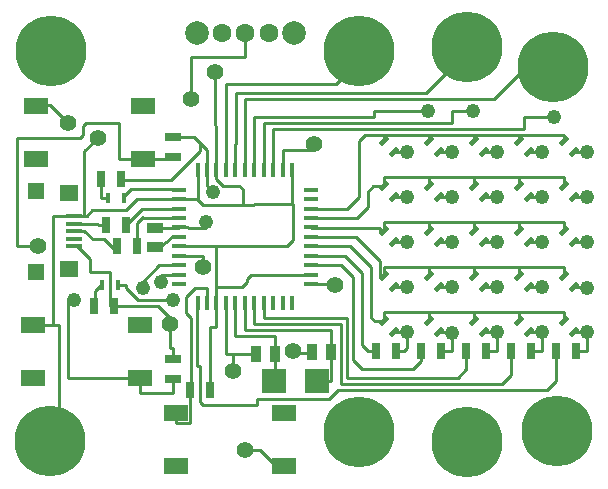
<source format=gbr>
%FSLAX23Y23*%
%MOIN*%
G04 EasyPC Gerber Version 17.0 Build 3379 *
%ADD24R,0.01400X0.04600*%
%ADD29R,0.01752X0.03740*%
%ADD22R,0.03000X0.05500*%
%ADD74R,0.03600X0.05700*%
%ADD28R,0.05300X0.05700*%
%ADD73R,0.07874X0.07874*%
%ADD80C,0.01000*%
%ADD81C,0.04800*%
%ADD79C,0.05600*%
%ADD77C,0.06299*%
%ADD78C,0.07874*%
%ADD23R,0.04600X0.01400*%
%AMT21*0 Rectangle Pad at angle 135*21,1,0.01752,0.03740,0,0,135*%
%ADD21T21*%
%ADD26R,0.05500X0.01800*%
%ADD72R,0.05500X0.03000*%
%ADD75R,0.05700X0.03600*%
%ADD27R,0.06300X0.05500*%
%ADD25R,0.08300X0.05500*%
%ADD76C,0.23622*%
X0Y0D02*
D02*
D21*
X1965Y1036D03*
Y1186D03*
Y1336D03*
Y1486D03*
Y1636D03*
X2001Y1000D03*
Y1150D03*
Y1300D03*
Y1450D03*
Y1600D03*
X2115Y1036D03*
Y1186D03*
Y1336D03*
Y1486D03*
Y1636D03*
X2151Y1000D03*
Y1150D03*
Y1300D03*
Y1450D03*
Y1600D03*
X2265Y1036D03*
Y1186D03*
Y1336D03*
Y1486D03*
Y1636D03*
X2301Y1000D03*
Y1150D03*
Y1300D03*
Y1450D03*
Y1600D03*
X2415Y1036D03*
Y1186D03*
Y1336D03*
Y1486D03*
Y1636D03*
X2451Y1000D03*
Y1150D03*
Y1300D03*
Y1450D03*
Y1600D03*
X2565Y1036D03*
Y1186D03*
Y1336D03*
Y1486D03*
Y1636D03*
X2601Y1000D03*
Y1150D03*
Y1300D03*
Y1450D03*
Y1600D03*
D02*
D22*
X999Y1088D03*
X1022Y1511D03*
X1039Y1358D03*
X1066Y1088D03*
X1077Y1286D03*
X1089Y1511D03*
X1106Y1358D03*
X1144Y1286D03*
X1319Y808D03*
X1386D03*
X1939Y938D03*
X2006D03*
X2089D03*
X2156D03*
X2239D03*
X2306D03*
X2389D03*
X2456D03*
X2539D03*
X2606D03*
D02*
D23*
X1282Y1161D03*
Y1192D03*
Y1224D03*
Y1255D03*
Y1287D03*
Y1318D03*
Y1350D03*
Y1381D03*
Y1412D03*
Y1444D03*
Y1475D03*
X1724Y1161D03*
Y1192D03*
Y1224D03*
Y1255D03*
Y1287D03*
Y1318D03*
Y1350D03*
Y1381D03*
Y1412D03*
Y1444D03*
Y1475D03*
D02*
D24*
X1345Y1097D03*
Y1539D03*
X1377Y1097D03*
Y1539D03*
X1408Y1097D03*
Y1539D03*
X1440Y1097D03*
Y1539D03*
X1471Y1097D03*
Y1539D03*
X1503Y1097D03*
Y1539D03*
X1534Y1097D03*
Y1539D03*
X1566Y1097D03*
Y1539D03*
X1597Y1097D03*
Y1539D03*
X1629Y1097D03*
Y1539D03*
X1660Y1097D03*
Y1539D03*
D02*
D25*
X795Y848D03*
Y1025D03*
X805Y1578D03*
Y1755D03*
X1153Y848D03*
Y1025D03*
X1163Y1578D03*
Y1755D03*
X1274Y553D03*
Y730D03*
X1632Y553D03*
Y730D03*
D02*
D26*
X933Y1286D03*
Y1311D03*
Y1337D03*
Y1362D03*
Y1388D03*
D02*
D27*
X918Y1211D03*
Y1463D03*
D02*
D28*
X806Y1202D03*
Y1472D03*
D02*
D29*
X1027Y1158D03*
X1047Y1448D03*
X1079Y1158D03*
X1099Y1448D03*
D02*
D72*
X1263Y845D03*
Y912D03*
Y1585D03*
Y1652D03*
D02*
D73*
X1601Y838D03*
X1743D03*
D02*
D74*
X1541Y928D03*
X1604D03*
X1726Y933D03*
X1789D03*
D02*
D75*
X1203Y1284D03*
Y1347D03*
D02*
D76*
X853Y638D03*
X855Y1938D03*
X1883Y668D03*
Y1938D03*
X2242Y634D03*
X2244Y1950D03*
X2530Y1885D03*
X2543Y672D03*
D02*
D77*
X1426Y1998D03*
X1504D03*
X1583D03*
D02*
D78*
X1343D03*
X1666D03*
D02*
D79*
X813Y1288D03*
X913Y1698D03*
X1013Y1648D03*
X1253Y1028D03*
X1323Y1778D03*
X1363Y1218D03*
X1403Y1868D03*
X1463Y869D03*
X1503Y608D03*
X1663Y938D03*
X1733Y1628D03*
X1803Y1158D03*
D02*
D80*
X795Y1025D02*
X883D01*
Y638*
X853*
X913Y1698D02*
X853Y1758D01*
X805*
Y1755*
X933Y1108D02*
X913D01*
Y848*
X1153*
X933Y1286D02*
X943D01*
X985Y1243*
Y1201*
X1053*
Y1088*
X1066*
X933Y1337D02*
Y1338D01*
X968*
X995Y1311*
X1033*
X1068Y1276*
X1077*
Y1286*
X933Y1362D02*
X1013D01*
Y1358*
X1039*
X933Y1388D02*
X863D01*
Y1025*
X795*
X1013Y1648D02*
X968Y1603D01*
Y1388*
X933*
X1022Y1511D02*
X1023D01*
Y1448*
X1047*
X1027Y1158D02*
X1023D01*
X1003Y1138*
Y1108*
X999*
Y1088*
X1066D02*
X1213D01*
X1253Y1048*
Y1028*
X1089Y1511D02*
Y1506D01*
X1255*
X1353Y1603*
Y1633*
X1350*
X1163Y1578D02*
X1263D01*
Y1585*
X1163Y1578D02*
X1083D01*
Y1698*
X973*
X963Y1688*
Y1658*
X953Y1648*
X743*
Y1288*
X813*
X1203Y1284D02*
Y1288D01*
X1218*
Y1286*
X1220*
Y1283*
X1260Y1318*
X1282*
X1203Y1347D02*
X1222D01*
X1223Y1348*
X1282*
Y1350*
X1263Y845D02*
Y798D01*
X1153*
Y848*
X1263Y912D02*
Y948D01*
X1253*
Y1028*
X1263Y1108D02*
X1145D01*
X1105Y1148*
Y1158*
X1079*
X1282Y1192D02*
X1223D01*
Y1168*
X1282Y1224D02*
X1218D01*
X1163Y1168*
Y1148*
X1282Y1255D02*
X1363D01*
Y1218*
X1282Y1287D02*
X1643D01*
X1663Y1307*
Y1428*
X1282Y1381D02*
X1163D01*
Y1383*
X1144Y1364*
Y1286*
X1282Y1412D02*
Y1411D01*
X1160*
X1096Y1346*
X1106*
Y1358*
X1282Y1444D02*
X1144D01*
X1105Y1406*
X993*
X975Y1388*
X933*
X1282Y1475D02*
Y1478D01*
X1123*
X1103Y1458*
X1099*
Y1448*
X1319Y808D02*
Y698D01*
X1274*
Y730*
X1323Y1778D02*
Y1918D01*
X1503*
Y1998*
X1504*
X1343Y1444D02*
X1282D01*
X1345Y1097D02*
X1343D01*
Y888*
X1353*
Y768*
X1363Y758*
X1543*
Y778*
X1783*
X1813Y808*
X2509*
X2539Y838*
Y938*
X1345Y1539D02*
Y1444D01*
X1343*
X1350Y1633D02*
X1333Y1651D01*
Y1652*
X1263*
X1373Y1368D02*
Y1348D01*
X1313*
Y1350*
X1282*
X1377Y1097D02*
Y1148D01*
X1338*
X1308Y1118*
Y1063*
X1323Y1048*
Y808*
X1319*
X1377Y1539D02*
Y1488D01*
X1378*
X1395Y1471*
Y1466*
X1377Y1539D02*
Y1608D01*
X1375*
X1350Y1633*
X1403Y1868D02*
Y1838D01*
X1408Y1539*
X1405Y1423D02*
X1363D01*
X1343Y1443*
Y1444*
X1408Y1097D02*
Y1018D01*
X1386*
Y808*
X1408Y1097D02*
Y1223D01*
X1408*
Y1287*
X1282*
X1408Y1097D02*
Y1151D01*
X1493*
X1510Y1168*
Y1178*
X1524Y1192*
X1724*
X1408Y1539D02*
Y1510D01*
X1430Y1488*
X1483*
X1495Y1476*
Y1423*
X1405*
X1440Y1097D02*
Y928D01*
X1463*
Y869*
X1440Y1539D02*
Y1828D01*
X1808*
X1883Y1903*
Y1938*
X1471Y1097D02*
Y988D01*
X1604*
Y928*
X1471Y1539D02*
Y1628D01*
X1473*
Y1798*
X2108*
X2244Y1934*
Y1950*
X1503Y1539D02*
Y1778D01*
X2333*
X2440Y1885*
X2530*
X1534Y1097D02*
Y1028D01*
X1823*
Y828*
X2359*
X2389Y858*
Y938*
X1541Y928D02*
X1463D01*
Y869*
X1604Y928D02*
X1603D01*
Y838*
X1601*
X1629Y1539D02*
Y1608D01*
X1733*
Y1628*
X1632Y553D02*
X1608D01*
X1553Y608*
X1503*
X1660Y1539D02*
Y1428D01*
X1663*
X1533*
Y1423*
X1405*
X1724Y1161D02*
X1803D01*
Y1158*
X1724Y1224D02*
X1823D01*
X1863Y1184*
Y908*
X1893Y878*
X2063*
X2089Y905*
Y938*
X1724Y1255D02*
X1836D01*
X1893Y1198*
Y958*
X1913Y938*
X1939*
X1724Y1318D02*
X1873D01*
X1953Y1238*
Y1186*
X1965*
X1724Y1350D02*
Y1348D01*
X1953*
Y1336*
X1965*
X1724Y1381D02*
X1876D01*
X1913Y1418*
Y1468*
X1931Y1486*
X1965*
X1726Y933D02*
Y931D01*
X1663*
Y938*
X1789Y933D02*
Y1008D01*
X1503*
Y1097*
X1789Y933D02*
Y909D01*
X1790Y908*
Y838*
X1743*
X1965Y1036D02*
Y1068D01*
X2115*
Y1036*
X1965D02*
X1935D01*
X1923Y1048*
Y1218*
X1854Y1287*
X1724*
X1965Y1186D02*
Y1218D01*
X2115*
Y1186*
X1965Y1336D02*
Y1368D01*
X2115*
Y1336*
X1965Y1486D02*
Y1518D01*
X2115*
Y1486*
X1965Y1636D02*
Y1658D01*
X2115*
Y1636*
X1965D02*
Y1658D01*
X1903*
X1883Y1638*
Y1452*
X1843Y1412*
X1724*
X2001Y1000D02*
X2043D01*
X2001Y1150D02*
X2043D01*
X2001Y1300D02*
X2043D01*
X2001Y1450D02*
X2043D01*
X2001Y1600D02*
X2043D01*
Y1000D02*
Y948D01*
X2033Y938*
X2006*
X2113Y1738D02*
X1933D01*
Y1718*
X1533*
Y1539*
X1534*
X2115Y1036D02*
Y1068D01*
X2265*
Y1036*
X2115Y1186D02*
Y1218D01*
X2265*
Y1186*
X2115Y1336D02*
Y1368D01*
X2265*
Y1336*
X2115Y1486D02*
Y1518D01*
X2265*
Y1486*
X2115Y1636D02*
Y1658D01*
X2265*
Y1636*
X2151Y1150D02*
X2193D01*
X2151Y1300D02*
X2193D01*
X2151Y1450D02*
X2193D01*
X2151Y1600D02*
X2193D01*
X2156Y938D02*
X2193D01*
Y998*
Y1000*
X2151*
X2239Y938D02*
Y876D01*
X2212Y848*
X1843*
Y1048*
X1566*
Y1097*
X2263Y1738D02*
X2193D01*
Y1698*
X1566*
Y1539*
X2265Y1036D02*
Y1068D01*
X2415*
Y1036*
X2265Y1186D02*
Y1218D01*
X2415*
Y1186*
X2265Y1336D02*
Y1368D01*
X2415*
Y1336*
X2265Y1486D02*
Y1518D01*
X2415*
Y1486*
X2265Y1636D02*
Y1658D01*
X2415*
Y1636*
X2301Y1000D02*
X2343D01*
X2301Y1150D02*
X2343D01*
X2301Y1300D02*
X2343D01*
X2301Y1450D02*
X2343D01*
X2301Y1600D02*
X2343D01*
X2306Y938D02*
X2343D01*
Y948*
Y1000D02*
Y948D01*
X2415Y1036D02*
Y1068D01*
X2565*
Y1036*
X2415Y1186D02*
Y1218D01*
X2565*
Y1186*
X2415Y1336D02*
Y1368D01*
X2565*
Y1336*
X2415Y1486D02*
Y1518D01*
X2565*
Y1486*
X2415Y1636D02*
Y1658D01*
X2565*
Y1636*
X2451Y1000D02*
X2493D01*
X2451Y1150D02*
X2493D01*
X2451Y1300D02*
X2493D01*
X2451Y1450D02*
X2493D01*
X2451Y1600D02*
X2493D01*
Y1000D02*
Y938D01*
X2456*
X2533Y1718D02*
X2433D01*
Y1678*
X1597*
Y1539*
X2601Y1000D02*
X2643D01*
X2601D02*
X2643D01*
Y938*
X2606*
X2601Y1300D02*
X2643D01*
X2601Y1450D02*
X2643D01*
X2601Y1600D02*
X2643D01*
Y1148D02*
Y1150D01*
X2601*
D02*
D81*
X933Y1108D03*
X1163Y1148D03*
X1223Y1168D03*
X1263Y1108D03*
X1373Y1368D03*
X1395Y1466D03*
X2043Y1000D03*
Y1150D03*
Y1300D03*
Y1450D03*
Y1600D03*
X2113Y1738D03*
X2193Y998D03*
Y1150D03*
Y1300D03*
Y1450D03*
Y1600D03*
X2263Y1738D03*
X2343Y1000D03*
Y1150D03*
Y1300D03*
Y1450D03*
Y1600D03*
X2493Y1000D03*
Y1150D03*
Y1300D03*
Y1450D03*
Y1600D03*
X2533Y1718D03*
X2643Y1000D03*
Y1148D03*
Y1300D03*
Y1450D03*
Y1600D03*
X0Y0D02*
M02*

</source>
